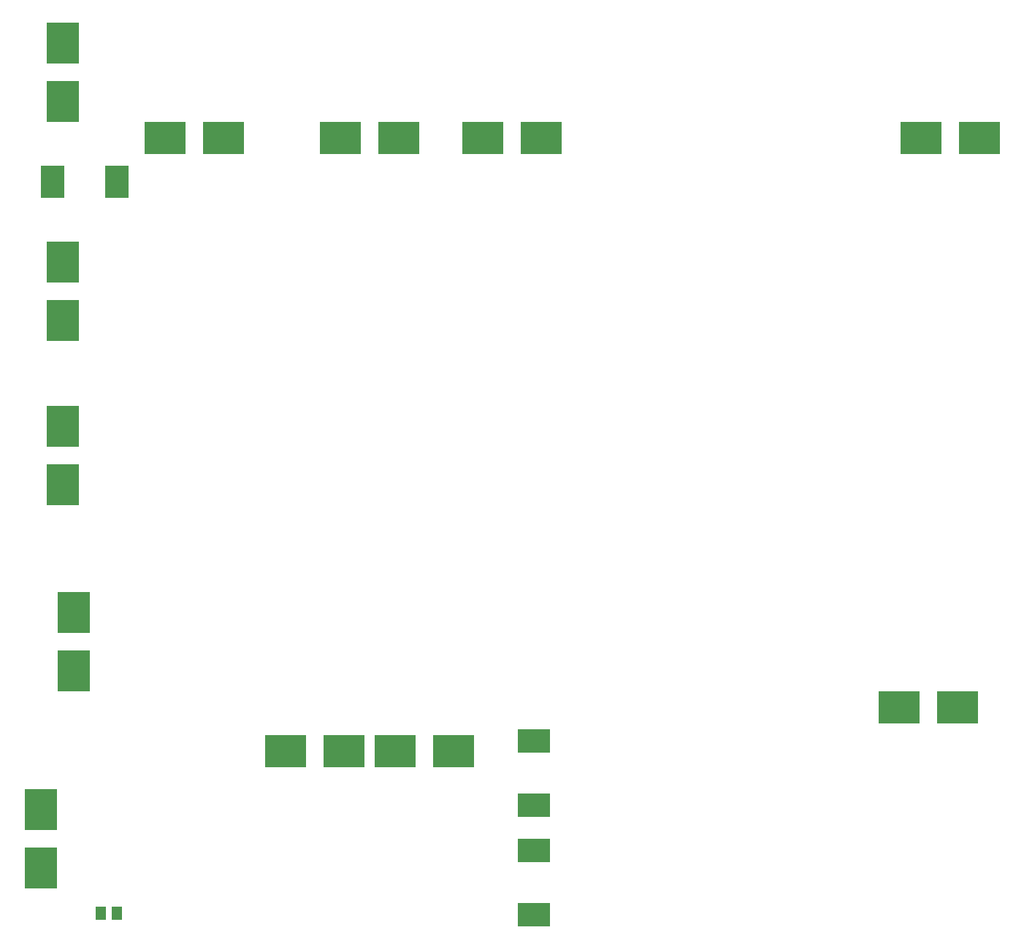
<source format=gtp>
G04 EAGLE Gerber RS-274X export*
G04 #@! %TF.Part,Single*
G04 #@! %TF.FileFunction,Other,Top Paste*
G04 #@! %TF.FilePolarity,Positive*
G04 #@! %TF.GenerationSoftware,Autodesk,EAGLE,9.5.2*
G04 #@! %TF.CreationDate,2020-01-10T22:13:51Z*
G75*
%MOIN*%
%FSLAX34Y34*%
%LPD*%
%INTop Paste*%
%IPPOS*%
%AMOC8*
5,1,8,0,0,1.08239X$1,22.5*%
G01*
%ADD10R,0.185039X0.149606*%
%ADD11R,0.149606X0.185039*%
%ADD12R,0.149606X0.110236*%
%ADD13R,0.110236X0.149606*%
%ADD14R,0.051181X0.059055*%


D10*
X20839Y38000D03*
X18161Y38000D03*
X29839Y66000D03*
X27161Y66000D03*
X46161Y40000D03*
X48839Y40000D03*
X12661Y66000D03*
X15339Y66000D03*
D11*
X8000Y60339D03*
X8000Y57661D03*
X8000Y52839D03*
X8000Y50161D03*
D10*
X49839Y66000D03*
X47161Y66000D03*
X23161Y38000D03*
X25839Y38000D03*
D11*
X8500Y41661D03*
X8500Y44339D03*
X8000Y67661D03*
X8000Y70339D03*
X7000Y32661D03*
X7000Y35339D03*
D10*
X23339Y66000D03*
X20661Y66000D03*
D12*
X29500Y30543D03*
X29500Y33457D03*
X29500Y35543D03*
X29500Y38457D03*
D13*
X7543Y64000D03*
X10457Y64000D03*
D14*
X9726Y30600D03*
X10474Y30600D03*
M02*

</source>
